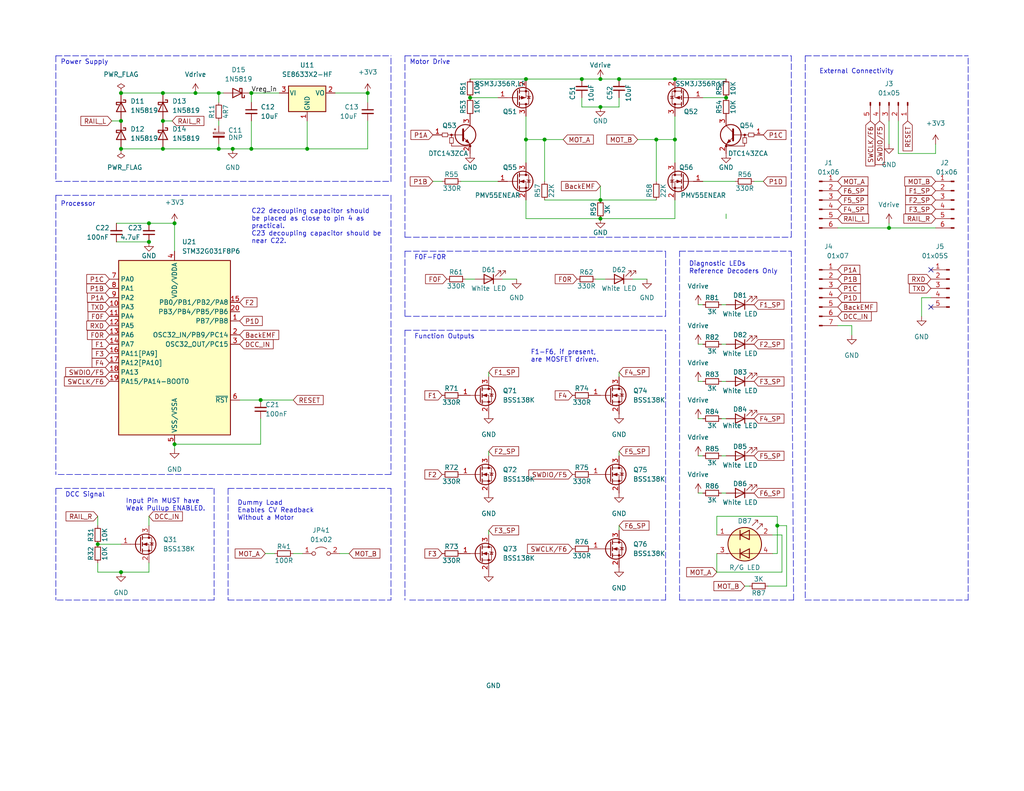
<source format=kicad_sch>
(kicad_sch (version 20211123) (generator eeschema)
  (paper "USLetter")
  (title_block (title "Breadboard-2") (company "https://github.com/bicknell/DCC-Mobile-Decoder") (comment 1 "4.0 International Public License") (comment 2 "Licensed under the Creative Commons Attribution-NonCommercial "))
  (junction (at 242.57 62.23))
  (junction (at 53.34 25.4))
  (junction (at 40.64 66.04))
  (junction (at 44.45 25.4))
  (junction (at 158.75 21.59))
  (junction (at 33.02 25.4))
  (junction (at 47.625 60.96))
  (junction (at 148.59 38.1))
  (junction (at 184.15 21.59))
  (junction (at 143.51 38.1))
  (junction (at 44.45 33.02))
  (junction (at 168.91 21.59))
  (junction (at 68.58 40.64))
  (junction (at 179.07 38.1))
  (junction (at 163.83 59.69))
  (junction (at 163.83 54.61))
  (junction (at 163.83 21.59))
  (junction (at 40.64 60.96))
  (junction (at 26.67 148.59))
  (junction (at 212.09 143.51))
  (junction (at 44.45 40.64))
  (junction (at 184.15 38.1))
  (junction (at 163.83 29.21))
  (junction (at 128.27 26.67))
  (junction (at 47.625 121.285))
  (junction (at 33.02 33.02))
  (junction (at 68.58 25.4))
  (junction (at 63.5 40.64))
  (junction (at 33.02 40.64))
  (junction (at 143.51 21.59))
  (junction (at 100.33 25.4))
  (junction (at 33.02 156.21))
  (junction (at 83.82 40.64))
  (junction (at 59.69 25.4))
  (junction (at 59.69 40.64))
  (junction (at 71.12 109.22))
  (junction (at 198.12 26.67))
  (no_connect (at 254 83.82))
  (no_connect (at 254 73.66))
  (wire (pts (xy 242.57 62.23) (xy 255.27 62.23)))
  (wire (pts (xy 191.77 26.67) (xy 198.12 26.67)))
  (wire (pts (xy 242.57 60.96) (xy 242.57 62.23)))
  (wire (pts (xy 91.44 25.4) (xy 100.33 25.4)))
  (wire (pts (xy 128.27 26.67) (xy 135.89 26.67)))
  (polyline (pts (xy 58.42 163.83) (xy 15.24 163.83)))
  (wire (pts (xy 83.82 40.64) (xy 83.82 33.02)))
  (wire (pts (xy 232.41 88.9) (xy 232.41 91.44)))
  (wire (pts (xy 190.5 114.3) (xy 191.77 114.3)))
  (polyline (pts (xy 216.535 163.83) (xy 215.9 68.58)))
  (wire (pts (xy 72.39 151.13) (xy 74.93 151.13)))
  (wire (pts (xy 125.73 49.53) (xy 135.89 49.53)))
  (wire (pts (xy 168.91 101.6) (xy 168.91 102.87)))
  (wire (pts (xy 191.77 49.53) (xy 200.66 49.53)))
  (wire (pts (xy 168.91 26.67) (xy 168.91 29.21)))
  (wire (pts (xy 196.85 104.14) (xy 198.12 104.14)))
  (wire (pts (xy 26.67 153.67) (xy 26.67 156.21)))
  (wire (pts (xy 148.59 38.1) (xy 153.67 38.1)))
  (wire (pts (xy 26.67 148.59) (xy 33.02 148.59)))
  (wire (pts (xy 212.09 140.97) (xy 212.09 143.51)))
  (wire (pts (xy 168.91 29.21) (xy 163.83 29.21)))
  (wire (pts (xy 128.27 21.59) (xy 143.51 21.59)))
  (wire (pts (xy 184.15 31.75) (xy 184.15 38.1)))
  (wire (pts (xy 143.51 54.61) (xy 143.51 59.69)))
  (wire (pts (xy 68.58 33.02) (xy 68.58 40.64)))
  (polyline (pts (xy 15.24 133.35) (xy 15.24 163.83)))
  (wire (pts (xy 33.02 40.64) (xy 44.45 40.64)))
  (wire (pts (xy 133.35 144.78) (xy 133.35 146.05)))
  (wire (pts (xy 143.51 59.69) (xy 163.83 59.69)))
  (wire (pts (xy 143.51 31.75) (xy 143.51 38.1)))
  (polyline (pts (xy 185.42 163.83) (xy 185.42 68.58)))
  (wire (pts (xy 251.46 81.28) (xy 251.46 86.36)))
  (wire (pts (xy 59.69 25.4) (xy 60.96 25.4)))
  (polyline (pts (xy 181.61 163.83) (xy 181.61 90.17)))
  (polyline (pts (xy 62.23 133.35) (xy 106.68 133.35)))
  (polyline (pts (xy 110.49 68.58) (xy 110.49 86.36)))
  (wire (pts (xy 162.56 76.2) (xy 165.1 76.2)))
  (polyline (pts (xy 110.49 86.36) (xy 181.61 86.36)))
  (wire (pts (xy 40.64 153.67) (xy 40.64 156.21)))
  (polyline (pts (xy 181.61 86.36) (xy 181.61 68.58)))
  (wire (pts (xy 245.11 41.91) (xy 255.27 41.91)))
  (wire (pts (xy 47.625 121.285) (xy 47.625 122.555)))
  (wire (pts (xy 148.59 54.61) (xy 163.83 54.61)))
  (wire (pts (xy 195.58 146.05) (xy 195.58 140.97)))
  (polyline (pts (xy 219.71 15.24) (xy 264.16 15.24)))
  (wire (pts (xy 245.11 33.02) (xy 245.11 41.91)))
  (wire (pts (xy 213.36 156.21) (xy 213.36 146.05)))
  (wire (pts (xy 40.64 140.97) (xy 40.64 143.51)))
  (polyline (pts (xy 185.42 68.58) (xy 215.9 68.58)))
  (wire (pts (xy 196.85 93.98) (xy 198.12 93.98)))
  (wire (pts (xy 148.59 49.53) (xy 148.59 38.1)))
  (wire (pts (xy 40.64 156.21) (xy 33.02 156.21)))
  (wire (pts (xy 133.35 101.6) (xy 133.35 102.87)))
  (wire (pts (xy 53.34 25.4) (xy 59.69 25.4)))
  (wire (pts (xy 168.91 123.19) (xy 168.91 124.46)))
  (wire (pts (xy 83.82 40.64) (xy 100.33 40.64)))
  (polyline (pts (xy 264.16 163.83) (xy 264.16 15.24)))
  (wire (pts (xy 143.51 38.1) (xy 143.51 44.45)))
  (polyline (pts (xy 110.49 64.77) (xy 215.9 64.77)))
  (wire (pts (xy 184.15 54.61) (xy 184.15 59.69)))
  (polyline (pts (xy 219.71 15.24) (xy 219.71 163.83)))
  (wire (pts (xy 168.91 143.51) (xy 168.91 144.78)))
  (wire (pts (xy 195.58 156.21) (xy 213.36 156.21)))
  (wire (pts (xy 172.72 76.2) (xy 176.53 76.2)))
  (wire (pts (xy 214.63 143.51) (xy 214.63 160.02)))
  (wire (pts (xy 143.51 38.1) (xy 148.59 38.1)))
  (polyline (pts (xy 219.71 163.83) (xy 264.16 163.83)))
  (wire (pts (xy 133.35 123.19) (xy 133.35 124.46)))
  (wire (pts (xy 228.6 88.9) (xy 232.41 88.9)))
  (wire (pts (xy 158.75 26.67) (xy 158.75 29.21)))
  (wire (pts (xy 173.99 38.1) (xy 179.07 38.1)))
  (wire (pts (xy 68.58 25.4) (xy 76.2 25.4)))
  (wire (pts (xy 65.405 109.22) (xy 71.12 109.22)))
  (wire (pts (xy 100.33 33.02) (xy 100.33 40.64)))
  (wire (pts (xy 190.5 134.62) (xy 191.77 134.62)))
  (wire (pts (xy 212.09 143.51) (xy 214.63 143.51)))
  (polyline (pts (xy 215.9 64.77) (xy 215.9 15.24)))
  (wire (pts (xy 212.09 151.13) (xy 210.82 151.13)))
  (wire (pts (xy 59.69 40.64) (xy 63.5 40.64)))
  (polyline (pts (xy 110.49 68.58) (xy 181.61 68.58)))
  (wire (pts (xy 68.58 40.64) (xy 83.82 40.64)))
  (wire (pts (xy 254 81.28) (xy 251.46 81.28)))
  (polyline (pts (xy 185.42 163.83) (xy 216.535 163.83)))
  (wire (pts (xy 212.09 143.51) (xy 212.09 151.13)))
  (polyline (pts (xy 110.49 15.24) (xy 215.9 15.24)))
  (wire (pts (xy 68.58 40.64) (xy 63.5 40.64)))
  (wire (pts (xy 143.51 21.59) (xy 158.75 21.59)))
  (wire (pts (xy 26.67 156.21) (xy 33.02 156.21)))
  (polyline (pts (xy 62.23 133.35) (xy 62.23 163.83)))
  (polyline (pts (xy 110.49 90.17) (xy 181.61 90.17)))
  (wire (pts (xy 71.12 114.3) (xy 71.12 121.285)))
  (polyline (pts (xy 110.49 15.24) (xy 110.49 64.77)))
  (wire (pts (xy 30.48 33.02) (xy 33.02 33.02)))
  (wire (pts (xy 190.5 93.98) (xy 191.77 93.98)))
  (wire (pts (xy 196.85 134.62) (xy 198.12 134.62)))
  (wire (pts (xy 209.55 160.02) (xy 214.63 160.02)))
  (polyline (pts (xy 15.24 15.24) (xy 106.68 15.24)))
  (wire (pts (xy 196.85 114.3) (xy 198.12 114.3)))
  (wire (pts (xy 71.12 109.22) (xy 80.01 109.22)))
  (wire (pts (xy 163.83 59.69) (xy 184.15 59.69)))
  (wire (pts (xy 92.71 151.13) (xy 95.25 151.13)))
  (wire (pts (xy 127 76.2) (xy 129.54 76.2)))
  (wire (pts (xy 118.11 49.53) (xy 120.65 49.53)))
  (polyline (pts (xy 62.23 163.83) (xy 106.68 163.83)))
  (wire (pts (xy 196.85 124.46) (xy 198.12 124.46)))
  (wire (pts (xy 195.58 140.97) (xy 212.09 140.97)))
  (wire (pts (xy 44.45 25.4) (xy 53.34 25.4)))
  (wire (pts (xy 163.83 50.8) (xy 163.83 54.61)))
  (wire (pts (xy 44.45 33.02) (xy 46.99 33.02)))
  (wire (pts (xy 179.07 38.1) (xy 184.15 38.1)))
  (wire (pts (xy 205.74 49.53) (xy 208.28 49.53)))
  (wire (pts (xy 228.6 62.23) (xy 242.57 62.23)))
  (wire (pts (xy 44.45 40.64) (xy 59.69 40.64)))
  (polyline (pts (xy 111.76 163.83) (xy 181.61 163.83)))
  (wire (pts (xy 190.5 124.46) (xy 191.77 124.46)))
  (wire (pts (xy 190.5 83.185) (xy 191.77 83.185)))
  (wire (pts (xy 59.69 33.02) (xy 59.69 34.29)))
  (wire (pts (xy 33.02 25.4) (xy 44.45 25.4)))
  (wire (pts (xy 59.69 39.37) (xy 59.69 40.64)))
  (wire (pts (xy 158.75 29.21) (xy 163.83 29.21)))
  (wire (pts (xy 184.15 21.59) (xy 198.12 21.59)))
  (wire (pts (xy 31.75 66.04) (xy 40.64 66.04)))
  (wire (pts (xy 47.625 121.285) (xy 71.12 121.285)))
  (polyline (pts (xy 15.24 15.24) (xy 15.24 49.53)))
  (wire (pts (xy 195.58 151.13) (xy 195.58 156.21)))
  (wire (pts (xy 213.36 146.05) (xy 210.82 146.05)))
  (polyline (pts (xy 106.68 49.53) (xy 106.68 15.24)))
  (wire (pts (xy 137.16 76.2) (xy 140.97 76.2)))
  (polyline (pts (xy 15.24 133.35) (xy 58.42 133.35)))
  (polyline (pts (xy 106.68 129.54) (xy 15.24 129.54)))
  (polyline (pts (xy 110.49 90.17) (xy 110.49 163.83)))
  (polyline (pts (xy 15.24 53.34) (xy 15.24 129.54)))
  (wire (pts (xy 100.33 27.94) (xy 100.33 25.4)))
  (wire (pts (xy 168.91 21.59) (xy 184.15 21.59)))
  (wire (pts (xy 204.47 160.02) (xy 203.2 160.02)))
  (wire (pts (xy 196.85 83.185) (xy 198.12 83.185)))
  (polyline (pts (xy 58.42 133.35) (xy 58.42 163.83)))
  (wire (pts (xy 59.69 25.4) (xy 59.69 27.94)))
  (polyline (pts (xy 106.68 133.35) (xy 106.68 163.83)))
  (wire (pts (xy 179.07 49.53) (xy 179.07 38.1)))
  (wire (pts (xy 242.57 33.02) (xy 242.57 39.37)))
  (wire (pts (xy 184.15 38.1) (xy 184.15 44.45)))
  (wire (pts (xy 163.83 21.59) (xy 168.91 21.59)))
  (wire (pts (xy 47.625 60.96) (xy 47.625 68.58)))
  (wire (pts (xy 198.12 59.69) (xy 198.12 58.42)))
  (wire (pts (xy 80.01 151.13) (xy 82.55 151.13)))
  (wire (pts (xy 190.5 104.14) (xy 191.77 104.14)))
  (wire (pts (xy 40.64 60.96) (xy 47.625 60.96)))
  (wire (pts (xy 163.83 54.61) (xy 179.07 54.61)))
  (wire (pts (xy 26.67 140.97) (xy 26.67 143.51)))
  (wire (pts (xy 68.58 27.94) (xy 68.58 25.4)))
  (wire (pts (xy 255.27 41.91) (xy 255.27 39.37)))
  (polyline (pts (xy 15.24 53.34) (xy 106.68 53.34)))
  (wire (pts (xy 31.75 60.96) (xy 40.64 60.96)))
  (polyline (pts (xy 106.68 53.34) (xy 106.68 129.54)))
  (wire (pts (xy 158.75 21.59) (xy 163.83 21.59)))
  (polyline (pts (xy 15.24 49.53) (xy 106.68 49.53)))
  (text "DCC Signal" (at 17.78 135.89 0) (effects (font (size 1.27 1.27)) (justify left bottom)))
  (text "F0F-F0R" (at 113.03 71.12 0) (effects (font (size 1.27 1.27)) (justify left bottom)))
  (text "Input Pin MUST have\nWeak Pullup ENABLED." (at 34.29 139.7 0) (effects (font (size 1.27 1.27)) (justify left bottom)))
  (text "Function Outputs" (at 113.03 92.71 0) (effects (font (size 1.27 1.27)) (justify left bottom)))
  (text "Power Supply" (at 16.51 17.78 0) (effects (font (size 1.27 1.27)) (justify left bottom)))
  (text "External Connectivity" (at 223.52 20.32 0) (effects (font (size 1.27 1.27)) (justify left bottom)))
  (text "F1-F6, if present,\nare MOSFET driven." (at 144.78 99.06 0) (effects (font (size 1.27 1.27)) (justify left bottom)))
  (text "Diagnostic LEDs\nReference Decoders Only" (at 187.96 74.93 0) (effects (font (size 1.27 1.27)) (justify left bottom)))
  (text "Motor Drive" (at 111.76 17.78 0) (effects (font (size 1.27 1.27)) (justify left bottom)))
  (text "C22 decoupling capacitor should\nbe placed as close to pin 4 as\npractical.\nC23 decoupling capacitor should be\nnear C22." (at 68.58 66.675 0) (effects (font (size 1.27 1.27)) (justify left bottom)))
  (text "Processor" (at 16.51 56.515 0) (effects (font (size 1.27 1.27)) (justify left bottom)))
  (text "Dummy Load\nEnables CV Readback\nWithout a Motor" (at 64.77 142.24 0) (effects (font (size 1.27 1.27)) (justify left bottom)))
  (label "Vreg_in" (at 68.58 25.4 0))
  (global_label "F5_SP" (shape input) (at 205.74 124.46 0) (property "Intersheet References" "${INTERSHEET_REFS}" (effects hide)))
  (global_label "F2" (shape input) (at 120.65 129.54 180) (property "Intersheet References" "${INTERSHEET_REFS}" (effects hide)))
  (global_label "SWDIO{slash}F5" (shape input) (at 29.845 101.6 180) (property "Intersheet References" "${INTERSHEET_REFS}" (effects hide)))
  (global_label "RAIL_L" (shape input) (at 228.6 59.69 0) (property "Intersheet References" "${INTERSHEET_REFS}" (effects hide)))
  (global_label "MOT_A" (shape input) (at 228.6 49.53 0) (property "Intersheet References" "${INTERSHEET_REFS}" (effects hide)))
  (global_label "RAIL_L" (shape input) (at 30.48 33.02 180) (property "Intersheet References" "${INTERSHEET_REFS}" (effects hide)))
  (global_label "P1A" (shape input) (at 29.845 81.28 180) (property "Intersheet References" "${INTERSHEET_REFS}" (effects hide)))
  (global_label "MOT_B" (shape input) (at 173.99 38.1 180) (property "Intersheet References" "${INTERSHEET_REFS}" (effects hide)))
  (global_label "P1C" (shape input) (at 208.28 36.83 0) (property "Intersheet References" "${INTERSHEET_REFS}" (effects hide)))
  (global_label "P1B" (shape input) (at 29.845 78.74 180) (property "Intersheet References" "${INTERSHEET_REFS}" (effects hide)))
  (global_label "F1" (shape input) (at 120.65 107.95 180) (property "Intersheet References" "${INTERSHEET_REFS}" (effects hide)))
  (global_label "P1C" (shape input) (at 228.6 78.74 0) (property "Intersheet References" "${INTERSHEET_REFS}" (effects hide)))
  (global_label "F3_SP" (shape input) (at 205.74 104.14 0) (property "Intersheet References" "${INTERSHEET_REFS}" (effects hide)))
  (global_label "DCC_IN" (shape input) (at 228.6 86.36 0) (property "Intersheet References" "${INTERSHEET_REFS}" (effects hide)))
  (global_label "F4" (shape input) (at 156.21 107.95 180) (property "Intersheet References" "${INTERSHEET_REFS}" (effects hide)))
  (global_label "F0R" (shape input) (at 157.48 76.2 180) (property "Intersheet References" "${INTERSHEET_REFS}" (effects hide)))
  (global_label "MOT_A" (shape input) (at 195.58 156.21 180) (property "Intersheet References" "${INTERSHEET_REFS}" (effects hide)))
  (global_label "P1D" (shape input) (at 65.405 87.63 0) (property "Intersheet References" "${INTERSHEET_REFS}" (effects hide)))
  (global_label "F4_SP" (shape input) (at 228.6 57.15 0) (property "Intersheet References" "${INTERSHEET_REFS}" (effects hide)))
  (global_label "SWDIO{slash}F5" (shape input) (at 240.03 33.02 270) (property "Intersheet References" "${INTERSHEET_REFS}" (effects hide)))
  (global_label "RXD" (shape input) (at 29.845 88.9 180) (property "Intersheet References" "${INTERSHEET_REFS}" (effects hide)))
  (global_label "F0R" (shape input) (at 29.845 91.44 180) (property "Intersheet References" "${INTERSHEET_REFS}" (effects hide)))
  (global_label "TXD" (shape input) (at 254 78.74 180) (property "Intersheet References" "${INTERSHEET_REFS}" (effects hide)))
  (global_label "F0F" (shape input) (at 29.845 86.36 180) (property "Intersheet References" "${INTERSHEET_REFS}" (effects hide)))
  (global_label "F4_SP" (shape input) (at 205.74 114.3 0) (property "Intersheet References" "${INTERSHEET_REFS}" (effects hide)))
  (global_label "F6_SP" (shape input) (at 168.91 143.51 0) (property "Intersheet References" "${INTERSHEET_REFS}" (effects hide)))
  (global_label "F2" (shape input) (at 65.405 82.55 0) (property "Intersheet References" "${INTERSHEET_REFS}" (effects hide)))
  (global_label "RAIL_R" (shape input) (at 46.99 33.02 0) (property "Intersheet References" "${INTERSHEET_REFS}" (effects hide)))
  (global_label "P1D" (shape input) (at 228.6 81.28 0) (property "Intersheet References" "${INTERSHEET_REFS}" (effects hide)))
  (global_label "MOT_B" (shape input) (at 203.2 160.02 180) (property "Intersheet References" "${INTERSHEET_REFS}" (effects hide)))
  (global_label "F4_SP" (shape input) (at 168.91 101.6 0) (property "Intersheet References" "${INTERSHEET_REFS}" (effects hide)))
  (global_label "RAIL_R" (shape input) (at 255.27 59.69 180) (property "Intersheet References" "${INTERSHEET_REFS}" (effects hide)))
  (global_label "SWCLK{slash}F6" (shape input) (at 156.21 149.86 180) (property "Intersheet References" "${INTERSHEET_REFS}" (effects hide)))
  (global_label "SWCLK{slash}F6" (shape input) (at 29.845 104.14 180) (property "Intersheet References" "${INTERSHEET_REFS}" (effects hide)))
  (global_label "DCC_IN" (shape input) (at 40.64 140.97 0) (property "Intersheet References" "${INTERSHEET_REFS}" (effects hide)))
  (global_label "F3_SP" (shape input) (at 255.27 57.15 180) (property "Intersheet References" "${INTERSHEET_REFS}" (effects hide)))
  (global_label "P1B" (shape input) (at 228.6 76.2 0) (property "Intersheet References" "${INTERSHEET_REFS}" (effects hide)))
  (global_label "RAIL_R" (shape input) (at 26.67 140.97 180) (property "Intersheet References" "${INTERSHEET_REFS}" (effects hide)))
  (global_label "F6_SP" (shape input) (at 228.6 52.07 0) (property "Intersheet References" "${INTERSHEET_REFS}" (effects hide)))
  (global_label "F3_SP" (shape input) (at 133.35 144.78 0) (property "Intersheet References" "${INTERSHEET_REFS}" (effects hide)))
  (global_label "BackEMF" (shape input) (at 163.83 50.8 180) (property "Intersheet References" "${INTERSHEET_REFS}" (effects hide)))
  (global_label "F3" (shape input) (at 120.65 151.13 180) (property "Intersheet References" "${INTERSHEET_REFS}" (effects hide)))
  (global_label "SWDIO{slash}F5" (shape input) (at 156.21 129.54 180) (property "Intersheet References" "${INTERSHEET_REFS}" (effects hide)))
  (global_label "P1D" (shape input) (at 208.28 49.53 0) (property "Intersheet References" "${INTERSHEET_REFS}" (effects hide)))
  (global_label "F1_SP" (shape input) (at 133.35 101.6 0) (property "Intersheet References" "${INTERSHEET_REFS}" (effects hide)))
  (global_label "RXD" (shape input) (at 254 76.2 180) (property "Intersheet References" "${INTERSHEET_REFS}" (effects hide)))
  (global_label "P1A" (shape input) (at 228.6 73.66 0) (property "Intersheet References" "${INTERSHEET_REFS}" (effects hide)))
  (global_label "MOT_A" (shape input) (at 72.39 151.13 180) (property "Intersheet References" "${INTERSHEET_REFS}" (effects hide)))
  (global_label "F4" (shape input) (at 29.845 99.06 180) (property "Intersheet References" "${INTERSHEET_REFS}" (effects hide)))
  (global_label "F0F" (shape input) (at 121.92 76.2 180) (property "Intersheet References" "${INTERSHEET_REFS}" (effects hide)))
  (global_label "RESET" (shape input) (at 247.65 33.02 270) (property "Intersheet References" "${INTERSHEET_REFS}" (effects hide)))
  (global_label "F2_SP" (shape input) (at 205.74 93.98 0) (property "Intersheet References" "${INTERSHEET_REFS}" (effects hide)))
  (global_label "P1C" (shape input) (at 29.845 76.2 180) (property "Intersheet References" "${INTERSHEET_REFS}" (effects hide)))
  (global_label "F5_SP" (shape input) (at 168.91 123.19 0) (property "Intersheet References" "${INTERSHEET_REFS}" (effects hide)))
  (global_label "DCC_IN" (shape input) (at 65.405 93.98 0) (property "Intersheet References" "${INTERSHEET_REFS}" (effects hide)))
  (global_label "MOT_A" (shape input) (at 153.67 38.1 0) (property "Intersheet References" "${INTERSHEET_REFS}" (effects hide)))
  (global_label "MOT_B" (shape input) (at 255.27 49.53 180) (property "Intersheet References" "${INTERSHEET_REFS}" (effects hide)))
  (global_label "BackEMF" (shape input) (at 65.405 91.44 0) (property "Intersheet References" "${INTERSHEET_REFS}" (effects hide)))
  (global_label "F1" (shape input) (at 29.845 93.98 180) (property "Intersheet References" "${INTERSHEET_REFS}" (effects hide)))
  (global_label "F5_SP" (shape input) (at 228.6 54.61 0) (property "Intersheet References" "${INTERSHEET_REFS}" (effects hide)))
  (global_label "F1_SP" (shape input) (at 205.74 83.185 0) (property "Intersheet References" "${INTERSHEET_REFS}" (effects hide)))
  (global_label "MOT_B" (shape input) (at 95.25 151.13 0) (property "Intersheet References" "${INTERSHEET_REFS}" (effects hide)))
  (global_label "BackEMF" (shape input) (at 228.6 83.82 0) (property "Intersheet References" "${INTERSHEET_REFS}" (effects hide)))
  (global_label "RESET" (shape input) (at 80.01 109.22 0) (property "Intersheet References" "${INTERSHEET_REFS}" (effects hide)))
  (global_label "F1_SP" (shape input) (at 255.27 52.07 180) (property "Intersheet References" "${INTERSHEET_REFS}" (effects hide)))
  (global_label "F3" (shape input) (at 29.845 96.52 180) (property "Intersheet References" "${INTERSHEET_REFS}" (effects hide)))
  (global_label "SWCLK{slash}F6" (shape input) (at 237.49 33.02 270) (property "Intersheet References" "${INTERSHEET_REFS}" (effects hide)))
  (global_label "P1A" (shape input) (at 118.11 36.83 180) (property "Intersheet References" "${INTERSHEET_REFS}" (effects hide)))
  (global_label "F2_SP" (shape input) (at 133.35 123.19 0) (property "Intersheet References" "${INTERSHEET_REFS}" (effects hide)))
  (global_label "P1B" (shape input) (at 118.11 49.53 180) (property "Intersheet References" "${INTERSHEET_REFS}" (effects hide)))
  (global_label "F2_SP" (shape input) (at 255.27 54.61 180) (property "Intersheet References" "${INTERSHEET_REFS}" (effects hide)))
  (global_label "TXD" (shape input) (at 29.845 83.82 180) (property "Intersheet References" "${INTERSHEET_REFS}" (effects hide)))
  (global_label "F6_SP" (shape input) (at 205.74 134.62 0) (property "Intersheet References" "${INTERSHEET_REFS}" (effects hide)))
  (symbol (lib_id "Transistor_FET:2N7002K") (at 38.1 148.59 0) (unit 1)
    (property "Reference" "Q31" (at 44.45 147.3199 0) (effects (justify left)))
    (property "Value" "BSS138K" (at 44.45 149.8599 0) (effects (justify left)))
    (property "Footprint" "Package_TO_SOT_SMD:SOT-23" (effects hide))
    (property "Datasheet" "https://datasheet.lcsc.com/lcsc/2301091730_ElecSuper-BSS138K_C5224263.pdf" (effects hide))
    (property "Specification" "SOT-23 50V 300mA 1.5Ω@10V,500mA 300mW N Channel" (effects hide))
    (property "Cost" "0.012" (effects hide))
    (property "LCSC" "C5224263" (effects hide))
    (property "MPN" "BSS138K" (effects hide))
  )
  (symbol (lib_id "DCC Project Symbols:STM32G031F8P6") (at 47.625 96.52 0) (unit 1)
    (property "Reference" "U21" (at 49.6444 66.04 0) (effects (justify left)))
    (property "Value" "STM32G031F8P6" (at 49.6444 68.58 0) (effects (justify left)))
    (property "Footprint" "Package_SO:TSSOP-20_4.4x6.5mm_P0.65mm" (effects hide))
    (property "Datasheet" "https://www.st.com/resource/en/datasheet/stm32g031f8.pdf" (effects hide))
    (property "Cost" "1.60" (effects hide))
    (property "LCSC" "C529334" (effects hide))
    (property "MPN" "STM32G031F8P6" (effects hide))
    (property "Specification" "64KB 1.7V~3.6V ARM-MSeries 8KB 64MHz FLASH 18 TSSOP-20 Microcontroller Units" (effects hide))
  )
  (symbol (lib_id "Device:LED") (at 201.93 93.98 180) (unit 1)
    (property "Reference" "D82" (at 201.93 91.44 0))
    (property "Value" "White LED" (at 201.93 96.52 0))
    (property "Footprint" "LED_SMD:LED_0805_2012Metric" (effects hide))
    (property "Datasheet" "https://datasheet.lcsc.com/lcsc/2305091500_Hubei-KENTO-Elec-C34499_C34499.pdf" (effects hide))
    (property "Specification" "0805, Bright White, 25ma, Vf 2.9v" (effects hide))
    (property "Cost" "0.01" (effects hide))
    (property "LCSC" "C34499" (effects hide))
    (property "MPN" "KT-0805-W" (effects hide))
  )
  (symbol (lib_id "power:GND") (at 133.35 113.03 0) (unit 1)
    (property "Reference" "#PWR071" (effects hide))
    (property "Value" "GND" (at 133.35 118.618 0))
  )
  (symbol (lib_id "power:Vdrive") (at 163.83 21.59 0) (unit 1)
    (property "Reference" "#PWR051" (effects hide))
    (property "Value" "Vdrive" (at 163.83 17.78 0))
  )
  (symbol (lib_id "Device:R_Small") (at 194.31 104.14 90) (unit 1)
    (property "Reference" "R83" (at 194.31 102.235 90))
    (property "Value" "3K" (at 194.31 106.045 90))
    (property "Footprint" "Resistor_SMD:R_0805_2012Metric" (effects hide))
    (property "Datasheet" "Generic Passive" (effects hide))
    (property "Specification" "0805 3K Ω 1% 1/8W" (effects hide))
    (property "Cost" "0.0016" (effects hide))
    (property "LCSC" "C17661" (effects hide))
    (property "MPN" "Generic" (effects hide))
  )
  (symbol (lib_id "Device:R_Small") (at 207.01 160.02 270) (unit 1)
    (property "Reference" "R87" (at 207.01 161.925 90))
    (property "Value" "3K" (at 207.01 158.115 90))
    (property "Footprint" "Resistor_SMD:R_0805_2012Metric" (effects hide))
    (property "Datasheet" "Generic Passive" (effects hide))
    (property "Specification" "0805 3K Ω 1% 1/8W" (effects hide))
    (property "Cost" "0.0016" (effects hide))
    (property "LCSC" "C17661" (effects hide))
    (property "MPN" "Generic" (effects hide))
  )
  (symbol (lib_id "Device:C_Small") (at 71.12 111.76 180) (unit 1)
    (property "Reference" "C21" (at 72.39 110.49 0) (effects (justify right)))
    (property "Value" "100nF" (at 72.39 113.03 0) (effects (justify right)))
    (property "Footprint" "Capacitor_SMD:C_0805_2012Metric" (effects hide))
    (property "Datasheet" "Generic Passive" (effects hide))
    (property "Specification" "0805 50V 100nF X7R 10%" (effects hide))
    (property "Cost" "0.01" (effects hide))
    (property "LCSC" "C49678" (effects hide))
    (property "MPN" "Generic" (effects hide))
  )
  (symbol (lib_id "Transistor_FET:2N7002K") (at 186.69 49.53 0) (mirror y) (unit 1)
    (property "Reference" "Q56" (at 189.23 45.72 0) (effects (justify left)))
    (property "Value" "PMV55ENEAR" (at 198.12 53.34 0) (effects (justify left)))
    (property "Footprint" "Package_TO_SOT_SMD:SOT-23" (effects hide))
    (property "Datasheet" "https://datasheet.lcsc.com/lcsc/2304140030_Nexperia-PMV55ENEAR_C294616.pdf" (effects hide))
    (property "Specification" "SOT-23 60V 3.1A 60mΩ@10V,3.1A N Channel" (effects hide))
    (property "Cost" "0.20" (effects hide))
    (property "LCSC" "C294616" (effects hide))
    (property "MPN" "PMV55ENEAR" (effects hide))
  )
  (symbol (lib_id "power:Vdrive") (at 190.5 124.46 0) (unit 1)
    (property "Reference" "#PWR085" (effects hide))
    (property "Value" "Vdrive" (at 190.5 119.38 0))
  )
  (symbol (lib_id "Device:D_Schottky") (at 33.02 36.83 270) (unit 1)
    (property "Reference" "D12" (at 35.56 35.2424 90) (effects (justify left)))
    (property "Value" "1N5819" (at 35.56 37.7824 90) (effects (justify left)))
    (property "Footprint" "Diode_SMD:D_SOD-323" (effects hide))
    (property "Datasheet" "https://datasheet.lcsc.com/lcsc/2204281430_Guangdong-Hottech-1N5819WS_C191023.pdf" (effects hide))
    (property "Specification" "SOD-323, 40V, 1A Schottky barrier rectifier diode" (effects hide))
    (property "Cost" "0.01" (effects hide))
    (property "LCSC" "C191023" (effects hide))
    (property "MPN" "1N5819WS" (effects hide))
  )
  (symbol (lib_id "Device:R_Small") (at 77.47 151.13 90) (unit 1)
    (property "Reference" "R41" (at 77.47 149.225 90))
    (property "Value" "100R" (at 77.47 153.035 90))
    (property "Footprint" "Resistor_SMD:R_2512_6332Metric" (effects hide))
    (property "Datasheet" "https://www.yageo.com/upload/media/product/productsearch/datasheet/rchip/PYu-RC_Group_51_RoHS_L_12.pdf" (effects hide))
    (property "Specification" "2512 100 Ω 5% 2W" (effects hide))
    (property "Cost" "0.03" (effects hide))
    (property "LCSC" "C876265" (effects hide))
    (property "MPN" "RC2512JK-7W100RL" (effects hide))
  )
  (symbol (lib_id "Device:R_Small") (at 158.75 107.95 90) (unit 1)
    (property "Reference" "R74" (at 158.75 106.045 90))
    (property "Value" "330R" (at 158.75 109.855 90))
    (property "Footprint" "Resistor_SMD:R_0805_2012Metric" (effects hide))
    (property "Datasheet" "Generic Passive" (effects hide))
    (property "Specification" "0805 330 Ω 1% 1/8W" (effects hide))
    (property "Cost" "0.0016" (effects hide))
    (property "LCSC" "C17630" (effects hide))
    (property "MPN" "Generic" (effects hide))
  )
  (symbol (lib_id "power:GND") (at 251.46 86.36 0) (unit 1)
    (property "Reference" "#PWR0105" (effects hide))
    (property "Value" "GND" (at 251.46 91.948 0))
  )
  (symbol (lib_id "Transistor_FET:2N7002K") (at 166.37 107.95 0) (unit 1)
    (property "Reference" "Q74" (at 172.72 106.6799 0) (effects (justify left)))
    (property "Value" "BSS138K" (at 172.72 109.2199 0) (effects (justify left)))
    (property "Footprint" "Package_TO_SOT_SMD:SOT-23" (effects hide))
    (property "Datasheet" "https://datasheet.lcsc.com/lcsc/2301091730_ElecSuper-BSS138K_C5224263.pdf" (effects hide))
    (property "Specification" "SOT-23 50V 300mA 1.5Ω@10V,500mA 300mW N Channel" (effects hide))
    (property "Cost" "0.012" (effects hide))
    (property "LCSC" "C5224263" (effects hide))
    (property "MPN" "BSS138K" (effects hide))
  )
  (symbol (lib_id "Device:LED") (at 201.93 114.3 180) (unit 1)
    (property "Reference" "D84" (at 201.93 111.76 0))
    (property "Value" "White LED" (at 201.93 116.205 0))
    (property "Footprint" "LED_SMD:LED_0805_2012Metric" (effects hide))
    (property "Datasheet" "https://datasheet.lcsc.com/lcsc/2305091500_Hubei-KENTO-Elec-C34499_C34499.pdf" (effects hide))
    (property "Specification" "0805, Bright White, 25ma, Vf 2.9v" (effects hide))
    (property "Cost" "0.01" (effects hide))
    (property "LCSC" "C34499" (effects hide))
    (property "MPN" "KT-0805-W" (effects hide))
  )
  (symbol (lib_id "Transistor_FET:2N7002K") (at 130.81 129.54 0) (unit 1)
    (property "Reference" "Q72" (at 137.16 128.2699 0) (effects (justify left)))
    (property "Value" "BSS138K" (at 137.16 130.8099 0) (effects (justify left)))
    (property "Footprint" "Package_TO_SOT_SMD:SOT-23" (effects hide))
    (property "Datasheet" "https://datasheet.lcsc.com/lcsc/2301091730_ElecSuper-BSS138K_C5224263.pdf" (effects hide))
    (property "Specification" "SOT-23 50V 300mA 1.5Ω@10V,500mA 300mW N Channel" (effects hide))
    (property "Cost" "0.012" (effects hide))
    (property "LCSC" "C5224263" (effects hide))
    (property "MPN" "BSS138K" (effects hide))
  )
  (symbol (lib_id "power:Vdrive") (at 190.5 114.3 0) (unit 1)
    (property "Reference" "#PWR084" (effects hide))
    (property "Value" "Vdrive" (at 190.5 109.22 0))
  )
  (symbol (lib_id "power:GND") (at 47.625 122.555 0) (unit 1)
    (property "Reference" "#PWR023" (effects hide))
    (property "Value" "GND" (at 47.625 128.143 0))
  )
  (symbol (lib_id "Device:C_Small") (at 100.33 30.48 0) (unit 1)
    (property "Reference" "C13" (at 93.98 29.21 0) (effects (justify left)))
    (property "Value" "10uF" (at 92.71 31.75 0) (effects (justify left)))
    (property "Footprint" "Capacitor_SMD:C_0805_2012Metric" (effects hide))
    (property "Datasheet" "Generic Passive" (effects hide))
    (property "Specification" "0805 50V 10uF X5R 10%" (effects hide))
    (property "Cost" "0.01" (effects hide))
    (property "LCSC" "C440198" (effects hide))
    (property "MPN" "Generic" (effects hide))
  )
  (symbol (lib_id "Device:R_Small") (at 26.67 146.05 0) (mirror y) (unit 1)
    (property "Reference" "R31" (at 24.765 146.05 90))
    (property "Value" "10K" (at 28.575 146.05 90))
    (property "Footprint" "Resistor_SMD:R_0805_2012Metric" (effects hide))
    (property "Datasheet" "Generic Passive" (effects hide))
    (property "Specification" "0805 10K Ω 1% 1/8W" (effects hide))
    (property "Cost" "0.0009" (effects hide))
    (property "LCSC" "C17414" (effects hide))
    (property "MPN" "Generic" (effects hide))
  )
  (symbol (lib_id "Device:R_Small") (at 194.31 114.3 90) (unit 1)
    (property "Reference" "R84" (at 194.31 112.395 90))
    (property "Value" "3K" (at 194.31 116.205 90))
    (property "Footprint" "Resistor_SMD:R_0805_2012Metric" (effects hide))
    (property "Datasheet" "Generic Passive" (effects hide))
    (property "Specification" "0805 3K Ω 1% 1/8W" (effects hide))
    (property "Cost" "0.0016" (effects hide))
    (property "LCSC" "C17661" (effects hide))
    (property "MPN" "Generic" (effects hide))
  )
  (symbol (lib_id "Device:C_Polarized_Small") (at 59.69 36.83 0) (unit 1)
    (property "Reference" "C11" (at 62.23 35.56 0) (effects (justify left)))
    (property "Value" "DNP" (at 62.23 37.5538 0) (effects (justify left)))
    (property "Footprint" "Capacitor_THT:CP_Radial_D10.0mm_P2.50mm_P5.00mm" (effects hide))
    (property "Datasheet" "DNP" (effects hide))
    (property "Cost" "0" (effects hide))
    (property "LCSC" "DNP" (effects hide))
    (property "MPN" "DNP" (effects hide))
    (property "Specification" "Location for user-supplied super capacitor up to D10 and Pitch of 2.5 or 5mm." (effects hide))
  )
  (symbol (lib_id "power:GND") (at 242.57 39.37 0) (unit 1)
    (property "Reference" "#PWR0106" (effects hide))
    (property "Value" "GND" (at 242.57 44.958 0))
  )
  (symbol (lib_id "power:PWR_FLAG") (at 33.02 40.64 180) (unit 1)
    (property "Reference" "#FLG0101" (effects hide))
    (property "Value" "PWR_FLAG" (at 29.21 45.72 0) (effects (justify right)))
  )
  (symbol (lib_id "Device:R_Small") (at 59.69 30.48 0) (mirror y) (unit 1)
    (property "Reference" "R11" (at 57.785 30.48 90))
    (property "Value" "4R7" (at 61.595 30.48 90))
    (property "Footprint" "Resistor_SMD:R_0805_2012Metric" (effects hide))
    (property "Datasheet" "Generic Passive" (effects hide))
    (property "Specification" "0805 4.7 Ω 1% 1/8W" (effects hide))
    (property "Cost" "0.0021" (effects hide))
    (property "LCSC" "C17675" (effects hide))
    (property "MPN" "Generic" (effects hide))
  )
  (symbol (lib_id "power:+3V3") (at 255.27 39.37 0) (unit 1)
    (property "Reference" "#PWR0102" (effects hide))
    (property "Value" "+3V3" (at 255.27 33.655 0))
  )
  (symbol (lib_id "Transistor_FET:2N7002K") (at 130.81 107.95 0) (unit 1)
    (property "Reference" "Q71" (at 137.16 106.6799 0) (effects (justify left)))
    (property "Value" "BSS138K" (at 137.16 109.2199 0) (effects (justify left)))
    (property "Footprint" "Package_TO_SOT_SMD:SOT-23" (effects hide))
    (property "Datasheet" "https://datasheet.lcsc.com/lcsc/2301091730_ElecSuper-BSS138K_C5224263.pdf" (effects hide))
    (property "Specification" "SOT-23 50V 300mA 1.5Ω@10V,500mA 300mW N Channel" (effects hide))
    (property "Cost" "0.012" (effects hide))
    (property "LCSC" "C5224263" (effects hide))
    (property "MPN" "BSS138K" (effects hide))
  )
  (symbol (lib_id "Device:R_Small") (at 163.83 57.15 180) (unit 1)
    (property "Reference" "R59" (at 161.925 57.15 90))
    (property "Value" "3K" (at 165.735 57.15 90))
    (property "Footprint" "Resistor_SMD:R_0805_2012Metric" (effects hide))
    (property "Datasheet" "Generic Passive" (effects hide))
    (property "Specification" "0805 3K Ω 1% 1/8W" (effects hide))
    (property "Cost" "0.0016" (effects hide))
    (property "LCSC" "C17661" (effects hide))
    (property "MPN" "Generic" (effects hide))
  )
  (symbol (lib_id "Regulator_Linear:AMS1117-5.0") (at 83.82 25.4 0) (unit 1)
    (property "Reference" "U11" (at 83.82 17.78 0))
    (property "Value" "SE8633X2-HF" (at 83.82 20.32 0))
    (property "Footprint" "Package_TO_SOT_SMD:SOT-23" (effects hide))
    (property "Datasheet" "https://datasheet.lcsc.com/lcsc/2203221230_Seaward-Elec-SE8633X2-HF_C496613.pdf" (effects hide))
    (property "Specification" "SOT-23 200mA Fixed 3.3V 80VLDO" (effects hide))
    (property "Cost" "0.13" (effects hide))
    (property "LCSC" "C496613" (effects hide))
    (property "MPN" "SE8633X2-HF" (effects hide))
  )
  (symbol (lib_id "Transistor_FET:2N7002K") (at 166.37 129.54 0) (unit 1)
    (property "Reference" "Q75" (at 172.72 128.2699 0) (effects (justify left)))
    (property "Value" "BSS138K" (at 172.72 130.8099 0) (effects (justify left)))
    (property "Footprint" "Package_TO_SOT_SMD:SOT-23" (effects hide))
    (property "Datasheet" "https://datasheet.lcsc.com/lcsc/2301091730_ElecSuper-BSS138K_C5224263.pdf" (effects hide))
    (property "Specification" "SOT-23 50V 300mA 1.5Ω@10V,500mA 300mW N Channel" (effects hide))
    (property "Cost" "0.012" (effects hide))
    (property "LCSC" "C5224263" (effects hide))
    (property "MPN" "BSS138K" (effects hide))
  )
  (symbol (lib_id "Device:LED_Dual_KAKA") (at 203.2 148.59 0) (unit 1)
    (property "Reference" "D87" (at 203.2 142.24 0))
    (property "Value" "R/G LED" (at 203.2 154.94 0))
    (property "Footprint" "LED_SMD:LED_RGB_1210" (effects hide))
    (property "Datasheet" "https://datasheet.lcsc.com/lcsc/2211030000_XINGLIGHT-XL-3227SURSYGC_C965843.pdf" (effects hide))
    (property "Cost" "0.02" (effects hide))
    (property "Specification" "1210 RG LED, 20ma, Vf 1.95v" (effects hide))
    (property "LCSC" "C965843" (effects hide))
    (property "MPN" "XL-3227SURSYGC" (effects hide))
  )
  (symbol (lib_id "power:Vdrive") (at 53.34 25.4 0) (unit 1)
    (property "Reference" "#PWR0103" (effects hide))
    (property "Value" "Vdrive" (at 53.34 20.32 0))
  )
  (symbol (lib_id "Transistor_FET:2N7002K") (at 130.81 151.13 0) (unit 1)
    (property "Reference" "Q73" (at 137.16 149.8599 0) (effects (justify left)))
    (property "Value" "BSS138K" (at 137.16 152.3999 0) (effects (justify left)))
    (property "Footprint" "Package_TO_SOT_SMD:SOT-23" (effects hide))
    (property "Datasheet" "https://datasheet.lcsc.com/lcsc/2301091730_ElecSuper-BSS138K_C5224263.pdf" (effects hide))
    (property "Specification" "SOT-23 50V 300mA 1.5Ω@10V,500mA 300mW N Channel" (effects hide))
    (property "Cost" "0.012" (effects hide))
    (property "LCSC" "C5224263" (effects hide))
    (property "MPN" "BSS138K" (effects hide))
  )
  (symbol (lib_id "Transistor_FET:AO3401A") (at 140.97 26.67 0) (mirror x) (unit 1)
    (property "Reference" "Q51" (at 137.16 30.48 0) (effects (justify left)))
    (property "Value" "SSM3J356R,LF" (at 129.54 22.86 0) (effects (justify left)))
    (property "Footprint" "Package_TO_SOT_SMD:SOT-23" (effects hide))
    (property "Datasheet" "https://datasheet.lcsc.com/lcsc/1804171920_TOSHIBA-SSM3J356R-LF_C146306.pdf" (effects hide))
    (property "Specification" "SOT-23 60V 2A 300mΩ@10V,1A 1W P Channel" (effects hide))
    (property "Cost" "0.26" (effects hide))
    (property "LCSC" "C146306" (effects hide))
    (property "MPN" "SSM3J356R,LF" (effects hide))
  )
  (symbol (lib_id "Device:R_Small") (at 123.19 151.13 90) (unit 1)
    (property "Reference" "R73" (at 123.19 149.225 90))
    (property "Value" "330R" (at 123.19 153.035 90))
    (property "Footprint" "Resistor_SMD:R_0805_2012Metric" (effects hide))
    (property "Datasheet" "Generic Passive" (effects hide))
    (property "Specification" "0805 330 Ω 1% 1/8W" (effects hide))
    (property "Cost" "0.0016" (effects hide))
    (property "LCSC" "C17630" (effects hide))
    (property "MPN" "Generic" (effects hide))
  )
  (symbol (lib_id "Device:LED") (at 201.93 134.62 180) (unit 1)
    (property "Reference" "D86" (at 201.93 132.08 0))
    (property "Value" "White LED" (at 201.93 137.16 0))
    (property "Footprint" "LED_SMD:LED_0805_2012Metric" (effects hide))
    (property "Datasheet" "https://datasheet.lcsc.com/lcsc/2305091500_Hubei-KENTO-Elec-C34499_C34499.pdf" (effects hide))
    (property "Specification" "0805, Bright White, 25ma, Vf 2.9v" (effects hide))
    (property "Cost" "0.01" (effects hide))
    (property "LCSC" "C34499" (effects hide))
    (property "MPN" "KT-0805-W" (effects hide))
  )
  (symbol (lib_id "Device:Q_NPN_BEC_BRT") (at 199.39 36.83 0) (mirror y) (unit 1)
    (property "Reference" "Q54" (at 205.74 34.29 0) (effects (justify left)))
    (property "Value" "DTC143ZCA" (at 209.55 41.91 0) (effects (justify left)))
    (property "Footprint" "Package_TO_SOT_SMD:SOT-23" (effects hide))
    (property "Datasheet" "https://datasheet.lcsc.com/lcsc/1809140113_Jiangsu-Changjing-Electronics-Technology-Co---Ltd--DTC143ZCA_C15236.pdf" (effects hide))
    (property "Specification" "SOT-23 50V 100ma NPN - Pre Biased 4.7K/47K" (effects hide))
    (property "Cost" "0.02" (effects hide))
    (property "LCSC" "C15236" (effects hide))
    (property "MPN" "DTC143ZCA" (effects hide))
  )
  (symbol (lib_id "power:GND") (at 163.83 59.69 0) (unit 1)
    (property "Reference" "#PWR055" (effects hide))
    (property "Value" "GND" (at 163.83 63.5 0))
  )
  (symbol (lib_id "Device:LED") (at 168.91 76.2 180) (unit 1)
    (property "Reference" "D62" (at 168.91 73.66 0))
    (property "Value" "White LED" (at 168.91 78.74 0))
    (property "Footprint" "LED_SMD:LED_0805_2012Metric" (effects hide))
    (property "Datasheet" "https://datasheet.lcsc.com/lcsc/2305091500_Hubei-KENTO-Elec-C34499_C34499.pdf" (effects hide))
    (property "Specification" "0805, Bright White, 25ma, Vf 2.9v" (effects hide))
    (property "Cost" "0.01" (effects hide))
    (property "LCSC" "C34499" (effects hide))
    (property "MPN" "KT-0805-W" (effects hide))
  )
  (symbol (lib_id "Device:R_Small") (at 198.12 24.13 180) (unit 1)
    (property "Reference" "R52" (at 196.215 24.13 90))
    (property "Value" "10K" (at 200.025 24.13 90))
    (property "Footprint" "Resistor_SMD:R_0805_2012Metric" (effects hide))
    (property "Datasheet" "Generic Passive" (effects hide))
    (property "Specification" "0805 10K Ω 1% 1/8W" (effects hide))
    (property "Cost" "0.0009" (effects hide))
    (property "LCSC" "C17414" (effects hide))
    (property "MPN" "Generic" (effects hide))
  )
  (symbol (lib_id "Device:R_Small") (at 194.31 93.98 90) (unit 1)
    (property "Reference" "R82" (at 194.31 92.075 90))
    (property "Value" "3K" (at 194.31 95.885 90))
    (property "Footprint" "Resistor_SMD:R_0805_2012Metric" (effects hide))
    (property "Datasheet" "Generic Passive" (effects hide))
    (property "Specification" "0805 3K Ω 1% 1/8W" (effects hide))
    (property "Cost" "0.0016" (effects hide))
    (property "LCSC" "C17661" (effects hide))
    (property "MPN" "Generic" (effects hide))
  )
  (symbol (lib_id "power:Vdrive") (at 190.5 93.98 0) (unit 1)
    (property "Reference" "#PWR082" (effects hide))
    (property "Value" "Vdrive" (at 190.5 88.9 0))
  )
  (symbol (lib_id "power:GND") (at 133.35 156.21 0) (unit 1)
    (property "Reference" "#PWR073" (effects hide))
    (property "Value" "GND" (at 134.62 187.198 0))
  )
  (symbol (lib_id "power:GND") (at 140.97 76.2 0) (unit 1)
    (property "Reference" "#PWR061" (effects hide))
    (property "Value" "GND" (at 140.97 81.28 0))
  )
  (symbol (lib_id "power:Vdrive") (at 242.57 60.96 0) (unit 1)
    (property "Reference" "#PWR0101" (effects hide))
    (property "Value" "Vdrive" (at 242.57 55.88 0))
  )
  (symbol (lib_id "Device:R_Small") (at 128.27 24.13 180) (unit 1)
    (property "Reference" "R51" (at 126.365 24.13 90))
    (property "Value" "10K" (at 130.175 24.003 90))
    (property "Footprint" "Resistor_SMD:R_0805_2012Metric" (effects hide))
    (property "Datasheet" "Generic Passive" (effects hide))
    (property "Specification" "0805 10K Ω 1% 1/8W" (effects hide))
    (property "Cost" "0.0009" (effects hide))
    (property "LCSC" "C17414" (effects hide))
    (property "MPN" "Generic" (effects hide))
  )
  (symbol (lib_id "Jumper:Jumper_2_Open") (at 87.63 151.13 0) (unit 1)
    (property "Reference" "JP41" (at 87.63 144.78 0))
    (property "Value" "01x02" (at 87.63 147.32 0))
    (property "Footprint" "Connector_PinHeader_2.54mm:PinHeader_1x02_P2.54mm_Vertical" (effects hide))
    (property "Datasheet" "Generic Pinheader" (effects hide))
    (property "Specification" "2 position 2.54mm pin header" (effects hide))
    (property "Cost" "0.02" (effects hide))
    (property "LCSC" "DNP" (effects hide))
    (property "MPN" "DNP" (effects hide))
  )
  (symbol (lib_id "power:Vdrive") (at 190.5 104.14 0) (unit 1)
    (property "Reference" "#PWR083" (effects hide))
    (property "Value" "Vdrive" (at 190.5 99.06 0))
  )
  (symbol (lib_id "power:Vdrive") (at 190.5 134.62 0) (unit 1)
    (property "Reference" "#PWR086" (effects hide))
    (property "Value" "Vdrive" (at 190.5 129.54 0))
  )
  (symbol (lib_id "power:Vdrive") (at 190.5 83.185 0) (unit 1)
    (property "Reference" "#PWR081" (effects hide))
    (property "Value" "Vdrive" (at 190.5 78.105 0))
  )
  (symbol (lib_id "Device:LED") (at 133.35 76.2 180) (unit 1)
    (property "Reference" "D61" (at 133.35 73.66 0))
    (property "Value" "White LED" (at 133.35 78.74 0))
    (property "Footprint" "LED_SMD:LED_0805_2012Metric" (effects hide))
    (property "Datasheet" "https://datasheet.lcsc.com/lcsc/2305091500_Hubei-KENTO-Elec-C34499_C34499.pdf" (effects hide))
    (property "Specification" "0805, Bright White, 25ma, Vf 2.9v" (effects hide))
    (property "Cost" "0.01" (effects hide))
    (property "LCSC" "C34499" (effects hide))
    (property "MPN" "KT-0805-W" (effects hide))
  )
  (symbol (lib_id "Device:R_Small") (at 26.67 151.13 0) (mirror y) (unit 1)
    (property "Reference" "R32" (at 24.765 151.13 90))
    (property "Value" "10K" (at 28.575 151.13 90))
    (property "Footprint" "Resistor_SMD:R_0805_2012Metric" (effects hide))
    (property "Datasheet" "Generic Passive" (effects hide))
    (property "Specification" "0805 10K Ω 1% 1/8W" (effects hide))
    (property "Cost" "0.0009" (effects hide))
    (property "LCSC" "C17414" (effects hide))
    (property "MPN" "Generic" (effects hide))
  )
  (symbol (lib_id "power:GND") (at 198.12 41.91 0) (unit 1)
    (property "Reference" "#PWR054" (effects hide))
    (property "Value" "GND" (at 198.12 45.72 0))
  )
  (symbol (lib_id "Device:D_Schottky") (at 44.45 36.83 270) (unit 1)
    (property "Reference" "D14" (at 46.99 35.2424 90) (effects (justify left)))
    (property "Value" "1N5819" (at 46.99 37.7824 90) (effects (justify left)))
    (property "Footprint" "Diode_SMD:D_SOD-323" (effects hide))
    (property "Datasheet" "https://datasheet.lcsc.com/lcsc/2204281430_Guangdong-Hottech-1N5819WS_C191023.pdf" (effects hide))
    (property "Specification" "SOD-323, 40V, 1A Schottky barrier rectifier diode" (effects hide))
    (property "Cost" "0.01" (effects hide))
    (property "LCSC" "C191023" (effects hide))
    (property "MPN" "1N5819WS" (effects hide))
  )
  (symbol (lib_id "Transistor_FET:2N7002K") (at 140.97 49.53 0) (unit 1)
    (property "Reference" "Q55" (at 137.16 45.72 0) (effects (justify left)))
    (property "Value" "PMV55ENEAR" (at 129.54 53.34 0) (effects (justify left)))
    (property "Footprint" "Package_TO_SOT_SMD:SOT-23" (effects hide))
    (property "Datasheet" "https://datasheet.lcsc.com/lcsc/2304140030_Nexperia-PMV55ENEAR_C294616.pdf" (effects hide))
    (property "Specification" "SOT-23 60V 3.1A 60mΩ@10V,3.1A N Channel" (effects hide))
    (property "Cost" "0.20" (effects hide))
    (property "LCSC" "C294616" (effects hide))
    (property "MPN" "PMV55ENEAR" (effects hide))
  )
  (symbol (lib_id "Connector:Conn_01x05_Male") (at 259.08 78.74 0) (mirror y) (unit 1)
    (property "Reference" "J5" (at 255.27 67.31 0) (effects (justify right)))
    (property "Value" "01x05S" (at 251.46 69.85 0) (effects (justify right)))
    (property "Footprint" "Connector_PinSocket_2.54mm:PinSocket_1x05_P2.54mm_Horizontal" (effects hide))
    (property "Datasheet" "Generic Pinsocket" (effects hide))
    (property "Specification" "5 position 2.54mm pin socket - right angle" (effects hide))
    (property "Cost" "0.02" (effects hide))
    (property "LCSC" "DNP" (effects hide))
    (property "MPN" "DNP" (effects hide))
  )
  (symbol (lib_id "Connector:Conn_01x07_Male") (at 223.52 81.28 0) (unit 1)
    (property "Reference" "J4" (at 226.06 67.31 0))
    (property "Value" "01x07" (at 228.6 69.85 0))
    (property "Footprint" "Connector_PinHeader_2.54mm:PinHeader_1x07_P2.54mm_Vertical" (effects hide))
    (property "Datasheet" "Generic Pinheader" (effects hide))
    (property "Cost" "0.02" (effects hide))
    (property "Specification" "7 position 2.54mm pin header" (effects hide))
    (property "LCSC" "DNP" (effects hide))
    (property "MPN" "DNP" (effects hide))
  )
  (symbol (lib_id "Connector:Conn_01x06_Male") (at 223.52 54.61 0) (unit 1)
    (property "Reference" "J1" (at 226.06 44.45 0))
    (property "Value" "01x06" (at 226.06 46.99 0))
    (property "Footprint" "Connector_PinHeader_2.54mm:PinHeader_1x06_P2.54mm_Vertical" (effects hide))
    (property "Datasheet" "Generic Pinheader" (effects hide))
    (property "Specification" "6 position 2.54mm pin header" (effects hide))
    (property "Cost" "0.02" (effects hide))
    (property "LCSC" "DNP" (effects hide))
    (property "MPN" "DNP" (effects hide))
  )
  (symbol (lib_id "power:GND") (at 168.91 113.03 0) (unit 1)
    (property "Reference" "#PWR074" (effects hide))
    (property "Value" "GND" (at 168.91 118.618 0))
  )
  (symbol (lib_id "Device:D_Schottky") (at 33.02 29.21 270) (unit 1)
    (property "Reference" "D11" (at 35.56 27.6224 90) (effects (justify left)))
    (property "Value" "1N5819" (at 35.56 30.1624 90) (effects (justify left)))
    (property "Footprint" "Diode_SMD:D_SOD-323" (effects hide))
    (property "Datasheet" "https://datasheet.lcsc.com/lcsc/2204281430_Guangdong-Hottech-1N5819WS_C191023.pdf" (effects hide))
    (property "Specification" "SOD-323, 40V, 1A Schottky barrier rectifier diode" (effects hide))
    (property "Cost" "0.01" (effects hide))
    (property "LCSC" "C191023" (effects hide))
    (property "MPN" "1N5819WS" (effects hide))
  )
  (symbol (lib_id "power:GND") (at 163.83 29.21 0) (unit 1)
    (property "Reference" "#PWR052" (effects hide))
    (property "Value" "GND" (at 163.83 33.02 0))
  )
  (symbol (lib_id "power:GND") (at 168.91 134.62 0) (unit 1)
    (property "Reference" "#PWR075" (effects hide))
    (property "Value" "GND" (at 168.91 140.208 0))
  )
  (symbol (lib_id "power:GND") (at 63.5 40.64 0) (unit 1)
    (property "Reference" "#PWR011" (effects hide))
    (property "Value" "GND" (at 63.5 45.72 0))
  )
  (symbol (lib_id "power:+3V3") (at 100.33 25.4 0) (unit 1)
    (property "Reference" "#PWR0104" (effects hide))
    (property "Value" "+3V3" (at 100.33 19.685 0))
  )
  (symbol (lib_id "Device:R_Small") (at 179.07 52.07 180) (unit 1)
    (property "Reference" "R58" (at 177.165 52.07 90))
    (property "Value" "22K" (at 180.975 52.07 90))
    (property "Footprint" "Resistor_SMD:R_0805_2012Metric" (effects hide))
    (property "Datasheet" "Generic Passive" (effects hide))
    (property "Specification" "0805 22K Ω 1% 1/8W" (effects hide))
    (property "Cost" "0.0017" (effects hide))
    (property "LCSC" "C17560 " (effects hide))
    (property "MPN" "Generic" (effects hide))
  )
  (symbol (lib_id "Device:R_Small") (at 194.31 134.62 90) (unit 1)
    (property "Reference" "R86" (at 194.31 132.715 90))
    (property "Value" "3K" (at 194.31 136.525 90))
    (property "Footprint" "Resistor_SMD:R_0805_2012Metric" (effects hide))
    (property "Datasheet" "Generic Passive" (effects hide))
    (property "Specification" "0805 3K Ω 1% 1/8W" (effects hide))
    (property "Cost" "0.0016" (effects hide))
    (property "LCSC" "C17661" (effects hide))
    (property "MPN" "Generic" (effects hide))
  )
  (symbol (lib_id "power:GND") (at 168.91 154.94 0) (unit 1)
    (property "Reference" "#PWR076" (effects hide))
    (property "Value" "GND" (at 168.91 160.528 0))
  )
  (symbol (lib_id "Device:R_Small") (at 123.19 107.95 90) (unit 1)
    (property "Reference" "R71" (at 123.19 106.045 90))
    (property "Value" "330R" (at 123.19 109.855 90))
    (property "Footprint" "Resistor_SMD:R_0805_2012Metric" (effects hide))
    (property "Datasheet" "Generic Passive" (effects hide))
    (property "Specification" "0805 330 Ω 1% 1/8W" (effects hide))
    (property "Cost" "0.0016" (effects hide))
    (property "LCSC" "C17630" (effects hide))
    (property "MPN" "Generic" (effects hide))
  )
  (symbol (lib_id "Device:R_Small") (at 158.75 149.86 90) (unit 1)
    (property "Reference" "R76" (at 158.75 147.955 90))
    (property "Value" "330R" (at 158.75 151.765 90))
    (property "Footprint" "Resistor_SMD:R_0805_2012Metric" (effects hide))
    (property "Datasheet" "Generic Passive" (effects hide))
    (property "Specification" "0805 330 Ω 1% 1/8W" (effects hide))
    (property "Cost" "0.0016" (effects hide))
    (property "LCSC" "C17630" (effects hide))
    (property "MPN" "Generic" (effects hide))
  )
  (symbol (lib_id "Device:D_Schottky") (at 64.77 25.4 180) (unit 1)
    (property "Reference" "D15" (at 65.0875 19.05 0))
    (property "Value" "1N5819" (at 65.0875 21.59 0))
    (property "Footprint" "Diode_SMD:D_SOD-323" (effects hide))
    (property "Datasheet" "https://datasheet.lcsc.com/lcsc/2204281430_Guangdong-Hottech-1N5819WS_C191023.pdf" (effects hide))
    (property "Specification" "SOD-323, 40V, 1A Schottky barrier rectifier diode" (effects hide))
    (property "Cost" "0.01" (effects hide))
    (property "LCSC" "C191023" (effects hide))
    (property "MPN" "1N5819WS" (effects hide))
  )
  (symbol (lib_id "power:GND") (at 176.53 76.2 0) (unit 1)
    (property "Reference" "#PWR062" (effects hide))
    (property "Value" "GND" (at 176.53 81.28 0))
  )
  (symbol (lib_id "Device:R_Small") (at 194.31 83.185 90) (unit 1)
    (property "Reference" "R81" (at 194.31 81.28 90))
    (property "Value" "3K" (at 194.31 85.09 90))
    (property "Footprint" "Resistor_SMD:R_0805_2012Metric" (effects hide))
    (property "Datasheet" "Generic Passive" (effects hide))
    (property "Specification" "0805 3K Ω 1% 1/8W" (effects hide))
    (property "Cost" "0.0016" (effects hide))
    (property "LCSC" "C17661" (effects hide))
    (property "MPN" "Generic" (effects hide))
  )
  (symbol (lib_id "Device:C_Small") (at 31.75 63.5 180) (unit 1)
    (property "Reference" "C22" (at 27.94 62.23 0))
    (property "Value" "100nF" (at 26.67 64.77 0))
    (property "Footprint" "Capacitor_SMD:C_0805_2012Metric" (effects hide))
    (property "Datasheet" "Generic Passive" (effects hide))
    (property "Specification" "0805 50V 100nF X7R 10%" (effects hide))
    (property "Cost" "0.01" (effects hide))
    (property "LCSC" "C49678" (effects hide))
    (property "MPN" "Generic" (effects hide))
  )
  (symbol (lib_id "Device:R_Small") (at 198.12 29.21 180) (unit 1)
    (property "Reference" "R54" (at 196.215 29.21 90))
    (property "Value" "10K" (at 200.025 29.21 90))
    (property "Footprint" "Resistor_SMD:R_0805_2012Metric" (effects hide))
    (property "Datasheet" "Generic Passive" (effects hide))
    (property "Specification" "0805 10K Ω 1% 1/8W" (effects hide))
    (property "Cost" "0.0009" (effects hide))
    (property "LCSC" "C17414" (effects hide))
    (property "MPN" "Generic" (effects hide))
  )
  (symbol (lib_id "Device:R_Small") (at 124.46 76.2 90) (unit 1)
    (property "Reference" "R61" (at 124.46 74.295 90))
    (property "Value" "330R" (at 124.46 78.105 90))
    (property "Footprint" "Resistor_SMD:R_0805_2012Metric" (effects hide))
    (property "Datasheet" "Generic Passive" (effects hide))
    (property "Specification" "0805 330 Ω 1% 1/8W" (effects hide))
    (property "Cost" "0.0016" (effects hide))
    (property "LCSC" "C17630" (effects hide))
    (property "MPN" "Generic" (effects hide))
  )
  (symbol (lib_id "Device:R_Small") (at 123.19 129.54 90) (unit 1)
    (property "Reference" "R72" (at 123.19 127.635 90))
    (property "Value" "330R" (at 123.19 131.445 90))
    (property "Footprint" "Resistor_SMD:R_0805_2012Metric" (effects hide))
    (property "Datasheet" "Generic Passive" (effects hide))
    (property "Specification" "0805 330 Ω 1% 1/8W" (effects hide))
    (property "Cost" "0.0016" (effects hide))
    (property "LCSC" "C17630" (effects hide))
    (property "MPN" "Generic" (effects hide))
  )
  (symbol (lib_id "power:GND") (at 232.41 91.44 0) (unit 1)
    (property "Reference" "#PWR0108" (effects hide))
    (property "Value" "GND" (at 232.41 97.028 0))
  )
  (symbol (lib_id "Transistor_FET:AO3401A") (at 186.69 26.67 180) (unit 1)
    (property "Reference" "Q52" (at 190.5 30.48 0) (effects (justify left)))
    (property "Value" "SSM3J356R,LF" (at 198.12 22.86 0) (effects (justify left)))
    (property "Footprint" "Package_TO_SOT_SMD:SOT-23" (effects hide))
    (property "Datasheet" "https://datasheet.lcsc.com/lcsc/1804171920_TOSHIBA-SSM3J356R-LF_C146306.pdf" (effects hide))
    (property "Specification" "SOT-23 60V 2A 300mΩ@10V,1A 1W P Channel" (effects hide))
    (property "Cost" "0.26" (effects hide))
    (property "LCSC" "C146306" (effects hide))
    (property "MPN" "SSM3J356R,LF" (effects hide))
  )
  (symbol (lib_id "Device:R_Small") (at 148.59 52.07 180) (unit 1)
    (property "Reference" "R57" (at 146.685 52.07 90))
    (property "Value" "22K" (at 150.495 52.07 90))
    (property "Footprint" "Resistor_SMD:R_0805_2012Metric" (effects hide))
    (property "Datasheet" "Generic Passive" (effects hide))
    (property "Specification" "0805 22K Ω 1% 1/8W" (effects hide))
    (property "Cost" "0.0017" (effects hide))
    (property "LCSC" "C17560 " (effects hide))
    (property "MPN" "Generic" (effects hide))
  )
  (symbol (lib_id "Connector:Conn_01x05_Male") (at 242.57 27.94 270) (unit 1)
    (property "Reference" "J3" (at 242.57 22.86 90))
    (property "Value" "01x05" (at 242.57 25.4 90))
    (property "Footprint" "Connector_PinHeader_2.54mm:PinHeader_1x05_P2.54mm_Horizontal" (effects hide))
    (property "Datasheet" "Generic Pinheader" (effects hide))
    (property "Specification" "5 position 2.54mm pin header - right angle" (effects hide))
    (property "Cost" "0.02" (effects hide))
    (property "LCSC" "DNP" (effects hide))
    (property "MPN" "DNP" (effects hide))
  )
  (symbol (lib_id "power:GND") (at 128.27 41.91 0) (unit 1)
    (property "Reference" "#PWR053" (effects hide))
    (property "Value" "GND" (at 128.27 45.72 0))
  )
  (symbol (lib_id "Connector:Conn_01x06_Male") (at 260.35 54.61 0) (mirror y) (unit 1)
    (property "Reference" "J2" (at 256.54 44.45 0) (effects (justify right)))
    (property "Value" "01x06" (at 255.27 46.99 0) (effects (justify right)))
    (property "Footprint" "Connector_PinHeader_2.54mm:PinHeader_1x06_P2.54mm_Vertical" (effects hide))
    (property "Datasheet" "Generic Pinheader" (effects hide))
    (property "Specification" "6 position 2.54mm pin header" (effects hide))
    (property "Cost" "0.02" (effects hide))
    (property "LCSC" "DNP" (effects hide))
    (property "MPN" "DNP" (effects hide))
  )
  (symbol (lib_id "Device:R_Small") (at 158.75 129.54 90) (unit 1)
    (property "Reference" "R75" (at 158.75 127.635 90))
    (property "Value" "330R" (at 158.75 131.445 90))
    (property "Footprint" "Resistor_SMD:R_0805_2012Metric" (effects hide))
    (property "Datasheet" "Generic Passive" (effects hide))
    (property "Specification" "0805 330 Ω 1% 1/8W" (effects hide))
    (property "Cost" "0.0016" (effects hide))
    (property "LCSC" "C17630" (effects hide))
    (property "MPN" "Generic" (effects hide))
  )
  (symbol (lib_id "power:+3V3") (at 47.625 60.96 0) (unit 1)
    (property "Reference" "#PWR0107" (effects hide))
    (property "Value" "+3V3" (at 47.625 55.245 0))
  )
  (symbol (lib_id "Device:C_Small") (at 40.64 63.5 180) (unit 1)
    (property "Reference" "C23" (at 36.83 62.23 0))
    (property "Value" "4.7uF" (at 35.56 64.77 0))
    (property "Footprint" "Capacitor_SMD:C_0805_2012Metric" (effects hide))
    (property "Datasheet" "Generic Passive" (effects hide))
    (property "Specification" "0805 50V 100nF X7R 10%" (effects hide))
    (property "Cost" "0.01" (effects hide))
    (property "LCSC" "C49678" (effects hide))
    (property "MPN" "Generic" (effects hide))
  )
  (symbol (lib_id "Device:R_Small") (at 123.19 49.53 90) (unit 1)
    (property "Reference" "R55" (at 123.19 47.625 90))
    (property "Value" "330R" (at 123.317 51.435 90))
    (property "Footprint" "Resistor_SMD:R_0805_2012Metric" (effects hide))
    (property "Datasheet" "Generic Passive" (effects hide))
    (property "Specification" "0805 330 Ω 1% 1/8W" (effects hide))
    (property "Cost" "0.0016" (effects hide))
    (property "LCSC" "C17630" (effects hide))
    (property "MPN" "Generic" (effects hide))
  )
  (symbol (lib_id "Device:LED") (at 201.93 104.14 180) (unit 1)
    (property "Reference" "D83" (at 201.93 101.6 0))
    (property "Value" "White LED" (at 201.93 106.68 0))
    (property "Footprint" "LED_SMD:LED_0805_2012Metric" (effects hide))
    (property "Datasheet" "https://datasheet.lcsc.com/lcsc/2305091500_Hubei-KENTO-Elec-C34499_C34499.pdf" (effects hide))
    (property "Specification" "0805, Bright White, 25ma, Vf 2.9v" (effects hide))
    (property "Cost" "0.01" (effects hide))
    (property "LCSC" "C34499" (effects hide))
    (property "MPN" "KT-0805-W" (effects hide))
  )
  (symbol (lib_id "power:GND") (at 33.02 156.21 0) (unit 1)
    (property "Reference" "#PWR031" (effects hide))
    (property "Value" "GND" (at 33.02 161.798 0))
  )
  (symbol (lib_id "Device:R_Small") (at 160.02 76.2 90) (unit 1)
    (property "Reference" "R62" (at 160.02 74.295 90))
    (property "Value" "330R" (at 160.02 78.105 90))
    (property "Footprint" "Resistor_SMD:R_0805_2012Metric" (effects hide))
    (property "Datasheet" "Generic Passive" (effects hide))
    (property "Specification" "0805 330 Ω 1% 1/8W" (effects hide))
    (property "Cost" "0.0016" (effects hide))
    (property "LCSC" "C17630" (effects hide))
    (property "MPN" "Generic" (effects hide))
  )
  (symbol (lib_id "power:GND") (at 133.35 134.62 0) (unit 1)
    (property "Reference" "#PWR072" (effects hide))
    (property "Value" "GND" (at 133.35 140.208 0))
  )
  (symbol (lib_id "Device:C_Small") (at 168.91 24.13 180) (unit 1)
    (property "Reference" "C52" (at 166.37 25.4 90))
    (property "Value" "10uF" (at 171.45 25.4 90))
    (property "Footprint" "Capacitor_SMD:C_0805_2012Metric" (effects hide))
    (property "Datasheet" "Generic Passive" (effects hide))
    (property "Specification" "0805 50V 10uF X5R 10%" (effects hide))
    (property "Cost" "0.01" (effects hide))
    (property "LCSC" "C440198" (effects hide))
    (property "MPN" "Generic" (effects hide))
  )
  (symbol (lib_id "Device:LED") (at 201.93 124.46 180) (unit 1)
    (property "Reference" "D85" (at 201.93 121.92 0))
    (property "Value" "White LED" (at 201.93 127 0))
    (property "Footprint" "LED_SMD:LED_0805_2012Metric" (effects hide))
    (property "Datasheet" "https://datasheet.lcsc.com/lcsc/2305091500_Hubei-KENTO-Elec-C34499_C34499.pdf" (effects hide))
    (property "Specification" "0805, Bright White, 25ma, Vf 2.9v" (effects hide))
    (property "Cost" "0.01" (effects hide))
    (property "LCSC" "C34499" (effects hide))
    (property "MPN" "KT-0805-W" (effects hide))
  )
  (symbol (lib_id "Device:LED") (at 201.93 83.185 180) (unit 1)
    (property "Reference" "D81" (at 201.93 80.645 0))
    (property "Value" "White LED" (at 201.93 85.725 0))
    (property "Footprint" "LED_SMD:LED_0805_2012Metric" (effects hide))
    (property "Datasheet" "https://datasheet.lcsc.com/lcsc/2305091500_Hubei-KENTO-Elec-C34499_C34499.pdf" (effects hide))
    (property "Specification" "0805, Bright White, 25ma, Vf 2.9v" (effects hide))
    (property "Cost" "0.01" (effects hide))
    (property "LCSC" "C34499" (effects hide))
    (property "MPN" "KT-0805-W" (effects hide))
  )
  (symbol (lib_id "Device:R_Small") (at 128.27 29.21 180) (unit 1)
    (property "Reference" "R53" (at 126.365 29.21 90))
    (property "Value" "10K" (at 130.175 29.083 90))
    (property "Footprint" "Resistor_SMD:R_0805_2012Metric" (effects hide))
    (property "Datasheet" "Generic Passive" (effects hide))
    (property "Specification" "0805 10K Ω 1% 1/8W" (effects hide))
    (property "Cost" "0.0009" (effects hide))
    (property "LCSC" "C17414" (effects hide))
    (property "MPN" "Generic" (effects hide))
  )
  (symbol (lib_id "Device:R_Small") (at 203.2 49.53 90) (unit 1)
    (property "Reference" "R56" (at 203.2 47.625 90))
    (property "Value" "330R" (at 203.2 51.435 90))
    (property "Footprint" "Resistor_SMD:R_0805_2012Metric" (effects hide))
    (property "Datasheet" "Generic Passive" (effects hide))
    (property "Specification" "0805 330 Ω 1% 1/8W" (effects hide))
    (property "Cost" "0.0016" (effects hide))
    (property "LCSC" "C17630" (effects hide))
    (property "MPN" "Generic" (effects hide))
  )
  (symbol (lib_id "Device:Q_NPN_BEC_BRT") (at 127 36.83 0) (unit 1)
    (property "Reference" "Q53" (at 120.65 34.29 0) (effects (justify left)))
    (property "Value" "DTC143ZCA" (at 116.84 41.91 0) (effects (justify left)))
    (property "Footprint" "Package_TO_SOT_SMD:SOT-23" (effects hide))
    (property "Datasheet" "https://datasheet.lcsc.com/lcsc/1809140113_Jiangsu-Changjing-Electronics-Technology-Co---Ltd--DTC143ZCA_C15236.pdf" (effects hide))
    (property "Specification" "SOT-23 50V 100ma NPN - Pre Biased 4.7K/47K" (effects hide))
    (property "Cost" "0.02" (effects hide))
    (property "LCSC" "C15236" (effects hide))
    (property "MPN" "DTC143ZCA" (effects hide))
  )
  (symbol (lib_id "Transistor_FET:2N7002K") (at 166.37 149.86 0) (unit 1)
    (property "Reference" "Q76" (at 172.72 148.5899 0) (effects (justify left)))
    (property "Value" "BSS138K" (at 172.72 151.1299 0) (effects (justify left)))
    (property "Footprint" "Package_TO_SOT_SMD:SOT-23" (effects hide))
    (property "Datasheet" "https://datasheet.lcsc.com/lcsc/2301091730_ElecSuper-BSS138K_C5224263.pdf" (effects hide))
    (property "Specification" "SOT-23 50V 300mA 1.5Ω@10V,500mA 300mW N Channel" (effects hide))
    (property "Cost" "0.012" (effects hide))
    (property "LCSC" "C5224263" (effects hide))
    (property "MPN" "BSS138K" (effects hide))
  )
  (symbol (lib_id "Device:C_Small") (at 158.75 24.13 180) (unit 1)
    (property "Reference" "C51" (at 156.21 25.4 90))
    (property "Value" "10uF" (at 161.29 25.4 90))
    (property "Footprint" "Capacitor_SMD:C_0805_2012Metric" (effects hide))
    (property "Datasheet" "Generic Passive" (effects hide))
    (property "Specification" "0805 50V 10uF X5R 10%" (effects hide))
    (property "Cost" "0.01" (effects hide))
    (property "LCSC" "C440198" (effects hide))
    (property "MPN" "Generic" (effects hide))
  )
  (symbol (lib_id "Device:C_Small") (at 68.58 30.48 0) (unit 1)
    (property "Reference" "C12" (at 71.12 29.21 0) (effects (justify left)))
    (property "Value" "10uF" (at 71.12 31.75 0) (effects (justify left)))
    (property "Footprint" "Capacitor_SMD:C_0805_2012Metric" (effects hide))
    (property "Datasheet" "Generic Passive" (effects hide))
    (property "Specification" "0805 50V 10uF X5R 10%" (effects hide))
    (property "Cost" "0.01" (effects hide))
    (property "LCSC" "C440198" (effects hide))
    (property "MPN" "Generic" (effects hide))
  )
  (symbol (lib_id "power:PWR_FLAG") (at 33.02 25.4 0) (unit 1)
    (property "Reference" "#FLG0102" (effects hide))
    (property "Value" "PWR_FLAG" (at 33.02 20.32 0))
  )
  (symbol (lib_id "Device:R_Small") (at 194.31 124.46 90) (unit 1)
    (property "Reference" "R85" (at 194.31 122.555 90))
    (property "Value" "3K" (at 194.31 126.365 90))
    (property "Footprint" "Resistor_SMD:R_0805_2012Metric" (effects hide))
    (property "Datasheet" "Generic Passive" (effects hide))
    (property "Specification" "0805 3K Ω 1% 1/8W" (effects hide))
    (property "Cost" "0.0016" (effects hide))
    (property "LCSC" "C17661" (effects hide))
    (property "MPN" "Generic" (effects hide))
  )
  (symbol (lib_id "power:GND") (at 40.64 66.04 0) (unit 1)
    (property "Reference" "#PWR0109" (effects hide))
    (property "Value" "GND" (at 40.64 69.85 0))
  )
  (symbol (lib_id "Device:D_Schottky") (at 44.45 29.21 270) (unit 1)
    (property "Reference" "D13" (at 46.99 27.6224 90) (effects (justify left)))
    (property "Value" "1N5819" (at 46.99 30.1624 90) (effects (justify left)))
    (property "Footprint" "Diode_SMD:D_SOD-323" (effects hide))
    (property "Datasheet" "https://datasheet.lcsc.com/lcsc/2204281430_Guangdong-Hottech-1N5819WS_C191023.pdf" (effects hide))
    (property "Specification" "SOD-323, 40V, 1A Schottky barrier rectifier diode" (effects hide))
    (property "Cost" "0.01" (effects hide))
    (property "LCSC" "C191023" (effects hide))
    (property "MPN" "1N5819WS" (effects hide))
  )
)
</source>
